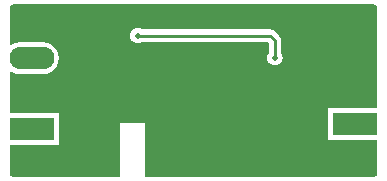
<source format=gbl>
G04*
G04 #@! TF.GenerationSoftware,Altium Limited,Altium Designer,19.0.15 (446)*
G04*
G04 Layer_Physical_Order=2*
G04 Layer_Color=16711680*
%FSTAX24Y24*%
%MOIN*%
G70*
G01*
G75*
%ADD46C,0.0100*%
%ADD48O,0.1496X0.0748*%
%ADD49R,0.1496X0.0748*%
%ADD50O,0.1496X0.0748*%
%ADD51C,0.0197*%
G36*
X022347Y015914D02*
X022385Y015889D01*
X02241Y015851D01*
X022418Y015809D01*
X022418Y015807D01*
Y012467D01*
X020787D01*
Y011404D01*
X022418D01*
Y010295D01*
X022418Y010294D01*
X02241Y010251D01*
X022385Y010214D01*
X022349Y01019D01*
X022303Y010181D01*
X022303Y010181D01*
X022254Y010181D01*
X014685D01*
Y011968D01*
X013858D01*
Y010181D01*
X010295D01*
X010295Y010181D01*
X010295Y010181D01*
X010249Y01019D01*
X010214Y010214D01*
X010189Y010251D01*
X01018Y010294D01*
X010181Y010295D01*
Y011233D01*
X011811D01*
Y012296D01*
X010181D01*
Y013677D01*
X010225Y013699D01*
X010263Y01367D01*
X010393Y013616D01*
X010532Y013598D01*
X01128D01*
X011418Y013616D01*
X011548Y01367D01*
X011659Y013755D01*
X011744Y013866D01*
X011797Y013995D01*
X011816Y014134D01*
X011797Y014273D01*
X011744Y014402D01*
X011659Y014513D01*
X011548Y014598D01*
X011418Y014652D01*
X01128Y01467D01*
X010532D01*
X010393Y014652D01*
X010263Y014598D01*
X010225Y014569D01*
X010181Y014591D01*
Y015807D01*
X01018Y015809D01*
X010189Y015851D01*
X010214Y015889D01*
X010251Y015914D01*
X010294Y015922D01*
X010295Y015922D01*
X022303D01*
X022305Y015922D01*
X022347Y015914D01*
D02*
G37*
%LPC*%
G36*
X014449Y01514D02*
X014382Y015131D01*
X01432Y015105D01*
X014266Y015064D01*
X014225Y015011D01*
X0142Y014949D01*
X014191Y014882D01*
X0142Y014815D01*
X014225Y014753D01*
X014266Y014699D01*
X01432Y014658D01*
X014382Y014633D01*
X014449Y014624D01*
X014516Y014633D01*
X014578Y014658D01*
X014593Y01467D01*
X018771D01*
X018804Y014637D01*
Y014292D01*
X018792Y014277D01*
X018766Y014214D01*
X018758Y014148D01*
X018766Y014081D01*
X018792Y014019D01*
X018833Y013965D01*
X018887Y013924D01*
X018949Y013898D01*
X019016Y01389D01*
X019083Y013898D01*
X019145Y013924D01*
X019198Y013965D01*
X019239Y014019D01*
X019265Y014081D01*
X019274Y014148D01*
X019265Y014214D01*
X019239Y014277D01*
X019227Y014292D01*
Y014724D01*
X019211Y014805D01*
X019165Y014874D01*
X019008Y015031D01*
X018939Y015077D01*
X018858Y015093D01*
X014593D01*
X014578Y015105D01*
X014516Y015131D01*
X014449Y01514D01*
D02*
G37*
%LPD*%
D46*
X018858Y014882D02*
X019016Y014724D01*
X014449Y014882D02*
X018858D01*
X019016Y014148D02*
Y014724D01*
D48*
X010906Y014134D02*
D03*
D49*
Y011765D02*
D03*
X021693Y011936D02*
D03*
D50*
X010906Y012946D02*
D03*
X021693Y010755D02*
D03*
D51*
X022Y0155D02*
D03*
X02225Y015D02*
D03*
X022Y0145D02*
D03*
X02175Y015D02*
D03*
X0215Y0145D02*
D03*
X021D02*
D03*
X0205Y0155D02*
D03*
Y0145D02*
D03*
X02075Y011D02*
D03*
X02Y0155D02*
D03*
X02025Y015D02*
D03*
X0195Y0145D02*
D03*
X019Y0135D02*
D03*
X0175Y0105D02*
D03*
X01725Y013D02*
D03*
Y011D02*
D03*
X01675Y013D02*
D03*
X0165Y0115D02*
D03*
X01675Y011D02*
D03*
X0165Y0105D02*
D03*
X01625Y012D02*
D03*
Y011D02*
D03*
X0155Y0155D02*
D03*
X0145Y0125D02*
D03*
X0135D02*
D03*
X01225Y015D02*
D03*
Y012D02*
D03*
X012Y0115D02*
D03*
X0115Y0135D02*
D03*
X0105D02*
D03*
X020748Y010344D02*
D03*
X0135Y012769D02*
D03*
X0145Y0121D02*
D03*
Y013262D02*
D03*
Y012874D02*
D03*
X015157Y015787D02*
D03*
X014555D02*
D03*
X013952D02*
D03*
X013349D02*
D03*
X012746D02*
D03*
X014449Y014882D02*
D03*
X019016Y014148D02*
D03*
X016915Y014194D02*
D03*
Y013898D02*
D03*
Y013601D02*
D03*
X017175D02*
D03*
X017165Y013898D02*
D03*
X017155Y014194D02*
D03*
X017405D02*
D03*
X017415Y013898D02*
D03*
Y013601D02*
D03*
M02*

</source>
